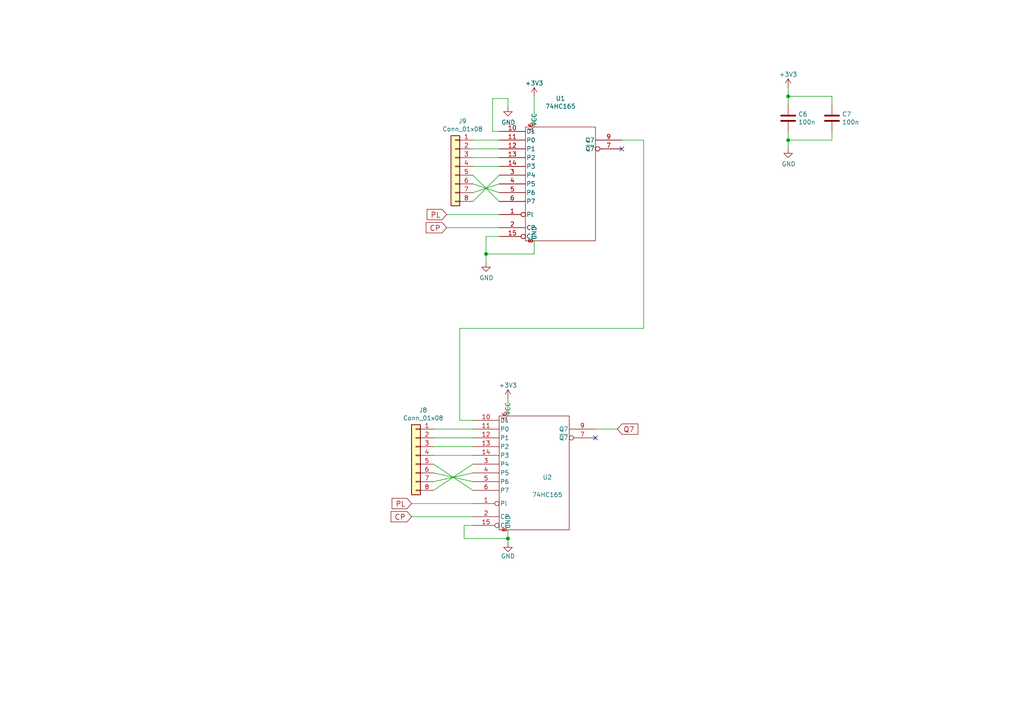
<source format=kicad_sch>
(kicad_sch (version 20230409) (generator eeschema)
  (paper "A4")
  (lib_symbols
    (symbol "74xx:74LS165" (pin_names (offset 0.254))
      (property "Reference" "U" (at 3.81 -1.27 0))
      (property "Value" "74LS165" (at 3.81 -6.35 0))
      (symbol "74LS165_0_0"
        (pin power_in line (at -7.62 16.51 90) (length 0) (name "VCC") (number "16"))
        (pin power_in line (at -7.62 -16.51 90) (length 0) (name "GND") (number "8"))
      )
      (symbol "74LS165_0_1"
        (rectangle (start -10.16 16.51) (end 10.16 -16.51))
      )
      (symbol "74LS165_1_1"
        (pin input inverted (at -17.78 -8.89 0) (length 7.62) (name "Pl") (number "1"))
        (pin input line (at -17.78 15.24 0) (length 7.62) (name "Ds") (number "10"))
        (pin input line (at -17.78 12.7 0) (length 7.62) (name "P0") (number "11"))
        (pin input line (at -17.78 10.16 0) (length 7.62) (name "P1") (number "12"))
        (pin input line (at -17.78 7.62 0) (length 7.62) (name "P2") (number "13"))
        (pin input line (at -17.78 5.08 0) (length 7.62) (name "P3") (number "14"))
        (pin input inverted (at -17.78 -15.24 0) (length 7.62) (name "CE") (number "15"))
        (pin input line (at -17.78 -12.7 0) (length 7.62) (name "CP") (number "2"))
        (pin input line (at -17.78 2.54 0) (length 7.62) (name "P4") (number "3"))
        (pin input line (at -17.78 0 0) (length 7.62) (name "P5") (number "4"))
        (pin input line (at -17.78 -2.54 0) (length 7.62) (name "P6") (number "5"))
        (pin input line (at -17.78 -5.08 0) (length 7.62) (name "P7") (number "6"))
        (pin output inverted (at 17.78 10.16 180) (length 7.62) (name "~{Q7}") (number "7"))
        (pin output line (at 17.78 12.7 180) (length 7.62) (name "Q7") (number "9"))
      )
    )
    (symbol "Connector_Generic:Conn_01x08" (pin_names (offset 1.016) hide)
      (property "Reference" "J" (at 0 10.16 0))
      (property "Value" "Conn_01x08" (at 0 -12.7 0))
      (symbol "Conn_01x08_1_1"
        (rectangle (start -1.27 -10.033) (end 0 -10.287) (stroke (width 0.1524)))
        (rectangle (start -1.27 -7.493) (end 0 -7.747) (stroke (width 0.1524)))
        (rectangle (start -1.27 -4.953) (end 0 -5.207) (stroke (width 0.1524)))
        (rectangle (start -1.27 -2.413) (end 0 -2.667) (stroke (width 0.1524)))
        (rectangle (start -1.27 0.127) (end 0 -0.127) (stroke (width 0.1524)))
        (rectangle (start -1.27 2.667) (end 0 2.413) (stroke (width 0.1524)))
        (rectangle (start -1.27 5.207) (end 0 4.953) (stroke (width 0.1524)))
        (rectangle (start -1.27 7.747) (end 0 7.493) (stroke (width 0.1524)))
        (rectangle (start -1.27 8.89) (end 1.27 -11.43) (stroke (width 0.254)) (fill (type background)))
        (pin passive line (at -5.08 7.62 0) (length 3.81) (name "Pin_1") (number "1"))
        (pin passive line (at -5.08 5.08 0) (length 3.81) (name "Pin_2") (number "2"))
        (pin passive line (at -5.08 2.54 0) (length 3.81) (name "Pin_3") (number "3"))
        (pin passive line (at -5.08 0 0) (length 3.81) (name "Pin_4") (number "4"))
        (pin passive line (at -5.08 -2.54 0) (length 3.81) (name "Pin_5") (number "5"))
        (pin passive line (at -5.08 -5.08 0) (length 3.81) (name "Pin_6") (number "6"))
        (pin passive line (at -5.08 -7.62 0) (length 3.81) (name "Pin_7") (number "7"))
        (pin passive line (at -5.08 -10.16 0) (length 3.81) (name "Pin_8") (number "8"))
      )
    )
    (symbol "Device:C" (pin_numbers hide) (pin_names (offset 0.254))
      (property "Reference" "C" (at 0.635 2.54 0))
      (property "Value" "C" (at 0.635 -2.54 0))
      (symbol "C_0_1"
        (polyline (pts (xy -2.032 -0.762) (xy 2.032 -0.762)) (stroke (width 0.508)))
        (polyline (pts (xy -2.032 0.762) (xy 2.032 0.762)) (stroke (width 0.508)))
      )
      (symbol "C_1_1"
        (pin passive line (at 0 3.81 270) (length 2.794) (name "~") (number "1"))
        (pin passive line (at 0 -3.81 90) (length 2.794) (name "~") (number "2"))
      )
    )
    (symbol "power:+3V3" (power) (pin_names (offset 0))
      (property "Value" "+3V3" (at 0 3.556 0))
      (symbol "+3V3_0_1"
        (polyline (pts (xy -0.762 1.27) (xy 0 2.54)))
        (polyline (pts (xy 0 0) (xy 0 2.54)))
        (polyline (pts (xy 0 2.54) (xy 0.762 1.27)))
      )
      (symbol "+3V3_1_1"
        (pin power_in line (at 0 0 90) (length 0) hide (name "+3V3") (number "1"))
      )
    )
    (symbol "power:GND" (power) (pin_names (offset 0))
      (property "Value" "GND" (at 0 -3.81 0))
      (symbol "GND_0_1"
        (polyline (pts (xy 0 0) (xy 0 -1.27) (xy 1.27 -1.27) (xy 0 -2.54) (xy -1.27 -1.27) (xy 0 -1.27)))
      )
      (symbol "GND_1_1"
        (pin power_in line (at 0 0 270) (length 0) hide (name "GND") (number "1"))
      )
    )
    (symbol "remote-rescue:74LS165" (pin_names (offset 0.254))
      (property "Reference" "U" (at 3.81 -1.27 0))
      (property "Value" "74LS165" (at 3.81 -6.35 0))
      (symbol "74LS165_0_0"
        (pin power_in line (at -7.62 16.51 90) (length 0) (name "VCC") (number "16"))
        (pin power_in line (at -7.62 -16.51 90) (length 0) (name "GND") (number "8"))
      )
      (symbol "74LS165_0_1"
        (rectangle (start -10.16 16.51) (end 10.16 -16.51))
      )
      (symbol "74LS165_1_1"
        (pin input inverted (at -17.78 -8.89 0) (length 7.62) (name "Pl") (number "1"))
        (pin input line (at -17.78 15.24 0) (length 7.62) (name "Ds") (number "10"))
        (pin input line (at -17.78 12.7 0) (length 7.62) (name "P0") (number "11"))
        (pin input line (at -17.78 10.16 0) (length 7.62) (name "P1") (number "12"))
        (pin input line (at -17.78 7.62 0) (length 7.62) (name "P2") (number "13"))
        (pin input line (at -17.78 5.08 0) (length 7.62) (name "P3") (number "14"))
        (pin input inverted (at -17.78 -15.24 0) (length 7.62) (name "CE") (number "15"))
        (pin input line (at -17.78 -12.7 0) (length 7.62) (name "CP") (number "2"))
        (pin input line (at -17.78 2.54 0) (length 7.62) (name "P4") (number "3"))
        (pin input line (at -17.78 0 0) (length 7.62) (name "P5") (number "4"))
        (pin input line (at -17.78 -2.54 0) (length 7.62) (name "P6") (number "5"))
        (pin input line (at -17.78 -5.08 0) (length 7.62) (name "P7") (number "6"))
        (pin output inverted (at 17.78 10.16 180) (length 7.62) (name "~{Q7}") (number "7"))
        (pin output line (at 17.78 12.7 180) (length 7.62) (name "Q7") (number "9"))
      )
    )
    (symbol "remote-rescue:GND" (power) (pin_names (offset 0))
      (property "Value" "GND" (at 0 -3.81 0))
      (symbol "GND_0_1"
        (polyline (pts (xy 0 0) (xy 0 -1.27) (xy 1.27 -1.27) (xy 0 -2.54) (xy -1.27 -1.27) (xy 0 -1.27)))
      )
      (symbol "GND_1_1"
        (pin power_in line (at 0 0 270) (length 0) hide (name "GND") (number "1"))
      )
    )
  )
  (junction (at 228.6 27.94))
  (junction (at 228.6 40.64))
  (junction (at 147.32 156.21))
  (junction (at 140.97 73.66))
  (no_connect (at 172.72 127))
  (no_connect (at 180.34 43.18))
  (wire (pts (xy 142.875 28.575) (xy 147.32 28.575)))
  (wire (pts (xy 119.38 146.05) (xy 137.16 146.05)))
  (wire (pts (xy 140.97 73.66) (xy 140.97 68.58)))
  (wire (pts (xy 144.78 58.42) (xy 137.16 50.8)))
  (wire (pts (xy 186.69 40.64) (xy 186.69 95.25)))
  (wire (pts (xy 228.6 25.4) (xy 228.6 27.94)))
  (wire (pts (xy 137.16 152.4) (xy 134.62 152.4)))
  (wire (pts (xy 147.32 153.67) (xy 147.32 156.21)))
  (wire (pts (xy 179.07 124.46) (xy 172.72 124.46)))
  (wire (pts (xy 137.16 48.26) (xy 144.78 48.26)))
  (wire (pts (xy 144.78 45.72) (xy 137.16 45.72)))
  (wire (pts (xy 137.16 53.34) (xy 144.78 55.88)))
  (wire (pts (xy 186.69 95.25) (xy 133.35 95.25)))
  (wire (pts (xy 129.54 62.23) (xy 144.78 62.23)))
  (wire (pts (xy 186.69 40.64) (xy 180.34 40.64)))
  (wire (pts (xy 134.62 156.21) (xy 147.32 156.21)))
  (wire (pts (xy 144.78 40.64) (xy 137.16 40.64)))
  (wire (pts (xy 137.16 134.62) (xy 125.73 142.24)))
  (wire (pts (xy 137.16 137.16) (xy 125.73 139.7)))
  (wire (pts (xy 228.6 27.94) (xy 228.6 30.48)))
  (wire (pts (xy 137.16 43.18) (xy 144.78 43.18)))
  (wire (pts (xy 154.94 27.94) (xy 154.94 36.83)))
  (wire (pts (xy 125.73 129.54) (xy 137.16 129.54)))
  (wire (pts (xy 133.35 121.92) (xy 137.16 121.92)))
  (wire (pts (xy 241.3 27.94) (xy 241.3 30.48)))
  (wire (pts (xy 140.97 76.2) (xy 140.97 73.66)))
  (wire (pts (xy 133.35 95.25) (xy 133.35 121.92)))
  (wire (pts (xy 228.6 43.18) (xy 228.6 40.64)))
  (wire (pts (xy 125.73 127) (xy 137.16 127)))
  (wire (pts (xy 154.94 73.66) (xy 140.97 73.66)))
  (wire (pts (xy 129.54 66.04) (xy 144.78 66.04)))
  (wire (pts (xy 147.32 28.575) (xy 147.32 31.115)))
  (wire (pts (xy 142.875 38.1) (xy 142.875 28.575)))
  (wire (pts (xy 241.3 40.64) (xy 241.3 38.1)))
  (wire (pts (xy 228.6 40.64) (xy 228.6 38.1)))
  (wire (pts (xy 147.32 115.57) (xy 147.32 120.65)))
  (wire (pts (xy 154.94 69.85) (xy 154.94 73.66)))
  (wire (pts (xy 125.73 124.46) (xy 137.16 124.46)))
  (wire (pts (xy 119.38 149.86) (xy 137.16 149.86)))
  (wire (pts (xy 137.16 58.42) (xy 144.78 50.8)))
  (wire (pts (xy 147.32 156.21) (xy 147.32 157.48)))
  (wire (pts (xy 134.62 152.4) (xy 134.62 156.21)))
  (wire (pts (xy 125.73 132.08) (xy 137.16 132.08)))
  (wire (pts (xy 125.73 134.62) (xy 137.16 142.24)))
  (wire (pts (xy 144.78 38.1) (xy 142.875 38.1)))
  (wire (pts (xy 228.6 27.94) (xy 241.3 27.94)))
  (wire (pts (xy 228.6 40.64) (xy 241.3 40.64)))
  (wire (pts (xy 125.73 137.16) (xy 137.16 139.7)))
  (wire (pts (xy 144.78 68.58) (xy 140.97 68.58)))
  (wire (pts (xy 144.78 53.34) (xy 137.16 55.88)))
  (global_label "CP" (shape input) (at 119.38 149.86 180) (effects (font (size 1.524 1.524))) (property "Intersheetrefs" "${INTERSHEET_REFS}" (effects hide)))
  (global_label "PL" (shape input) (at 119.38 146.05 180) (effects (font (size 1.524 1.524))) (property "Intersheetrefs" "${INTERSHEET_REFS}" (effects hide)))
  (global_label "PL" (shape input) (at 129.54 62.23 180) (effects (font (size 1.524 1.524))) (property "Intersheetrefs" "${INTERSHEET_REFS}" (effects hide)))
  (global_label "CP" (shape input) (at 129.54 66.04 180) (effects (font (size 1.524 1.524))) (property "Intersheetrefs" "${INTERSHEET_REFS}" (effects hide)))
  (global_label "Q7" (shape input) (at 179.07 124.46 0) (effects (font (size 1.524 1.524))) (property "Intersheetrefs" "${INTERSHEET_REFS}" (effects hide)))
  (symbol (lib_id "remote-rescue:74LS165") (at 154.94 137.16 0) (unit 1)
    (property "Reference" "U2" (at 158.75 138.43 0))
    (property "Value" "74HC165" (at 158.75 143.51 0))
    (property "Footprint" "Package_SO:SOP-16_3.9x9.9mm_P1.27mm" (effects hide))
  )
  (symbol (lib_id "remote-rescue:GND") (at 147.32 157.48 0) (unit 1)
    (property "Reference" "#PWR0120" (effects hide))
    (property "Value" "GND" (at 147.32 161.29 0))
  )
  (symbol (lib_id "74xx:74LS165") (at 162.56 53.34 0) (unit 1)
    (property "Reference" "U1" (at 162.56 28.5496 0))
    (property "Value" "74HC165" (at 162.56 30.861 0))
    (property "Footprint" "Package_SO:SOP-16_3.9x9.9mm_P1.27mm" (effects hide))
  )
  (symbol (lib_id "power:GND") (at 140.97 76.2 0) (unit 1)
    (property "Reference" "#PWR0123" (effects hide))
    (property "Value" "GND" (at 141.097 80.5942 0))
  )
  (symbol (lib_id "Device:C") (at 228.6 34.29 0) (unit 1)
    (property "Reference" "C6" (at 231.521 33.1216 0) (effects (justify left)))
    (property "Value" "100n" (at 231.521 35.433 0) (effects (justify left)))
    (property "Footprint" "Capacitor_SMD:C_0603_1608Metric" (effects hide))
  )
  (symbol (lib_id "Device:C") (at 241.3 34.29 0) (unit 1)
    (property "Reference" "C7" (at 244.221 33.1216 0) (effects (justify left)))
    (property "Value" "100n" (at 244.221 35.433 0) (effects (justify left)))
    (property "Footprint" "Capacitor_SMD:C_0603_1608Metric" (effects hide))
  )
  (symbol (lib_id "power:GND") (at 228.6 43.18 0) (unit 1)
    (property "Reference" "#PWR0126" (effects hide))
    (property "Value" "GND" (at 228.727 47.5742 0))
  )
  (symbol (lib_id "Connector_Generic:Conn_01x08") (at 132.08 48.26 0) (mirror y) (unit 1)
    (property "Reference" "J9" (at 134.1628 35.1282 0))
    (property "Value" "Conn_01x08" (at 134.1628 37.4396 0))
    (property "Footprint" "Connector_JST:JST_XH_B08B-XH-A_1x08_P2.50mm_Vertical" (effects hide))
  )
  (symbol (lib_id "Connector_Generic:Conn_01x08") (at 120.65 132.08 0) (mirror y) (unit 1)
    (property "Reference" "J8" (at 122.7328 118.9482 0))
    (property "Value" "Conn_01x08" (at 122.7328 121.2596 0))
    (property "Footprint" "Connector_JST:JST_XH_B08B-XH-A_1x08_P2.50mm_Vertical" (effects hide))
  )
  (symbol (lib_id "power:GND") (at 147.32 31.115 0) (unit 1)
    (property "Reference" "#PWR0129" (effects hide))
    (property "Value" "GND" (at 147.447 35.5092 0))
  )
  (symbol (lib_id "power:+3V3") (at 228.6 25.4 0) (unit 1)
    (property "Reference" "#PWR022" (effects hide))
    (property "Value" "+3V3" (at 228.6 21.59 0))
  )
  (symbol (lib_id "power:+3V3") (at 147.32 115.57 0) (unit 1)
    (property "Reference" "#PWR021" (effects hide))
    (property "Value" "+3V3" (at 147.32 111.76 0))
  )
  (symbol (lib_id "power:+3V3") (at 154.94 27.94 0) (unit 1)
    (property "Reference" "#PWR020" (effects hide))
    (property "Value" "+3V3" (at 154.94 24.13 0))
  )
)
</source>
